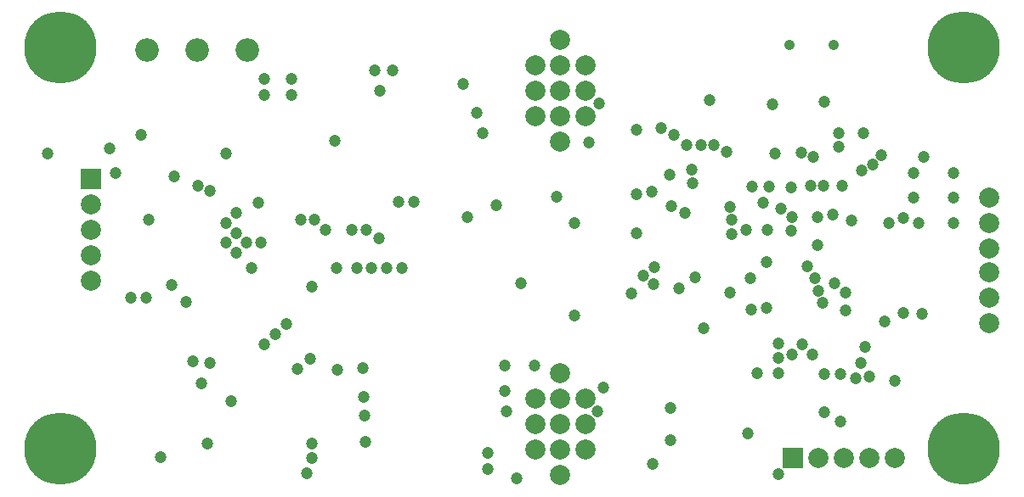
<source format=gbs>
G04*
G04 #@! TF.GenerationSoftware,Altium Limited,Altium Designer,19.0.4 (130)*
G04*
G04 Layer_Color=16711935*
%FSLAX44Y44*%
%MOMM*%
G71*
G01*
G75*
%ADD50C,2.3500*%
%ADD51C,2.0000*%
%ADD52C,7.2032*%
%ADD53C,1.0500*%
%ADD54R,2.0000X2.0000*%
%ADD55R,2.0000X2.0000*%
%ADD56C,1.2032*%
D50*
X136000Y447500D02*
D03*
X186000D02*
D03*
X236000D02*
D03*
D51*
X975000Y225400D02*
D03*
Y200000D02*
D03*
Y174600D02*
D03*
Y300400D02*
D03*
Y275000D02*
D03*
Y249600D02*
D03*
X523000Y99400D02*
D03*
Y74000D02*
D03*
Y48600D02*
D03*
X548000Y457800D02*
D03*
Y432400D02*
D03*
Y407000D02*
D03*
Y381600D02*
D03*
Y356200D02*
D03*
X523000Y432400D02*
D03*
Y407000D02*
D03*
Y381600D02*
D03*
X573000Y432400D02*
D03*
Y407000D02*
D03*
Y381600D02*
D03*
X548000Y124800D02*
D03*
Y99400D02*
D03*
Y74000D02*
D03*
Y48600D02*
D03*
Y23200D02*
D03*
X880800Y40000D02*
D03*
X855400D02*
D03*
X830000D02*
D03*
X804600D02*
D03*
X80000Y217200D02*
D03*
Y242600D02*
D03*
Y268000D02*
D03*
Y293400D02*
D03*
X573000Y48600D02*
D03*
Y74000D02*
D03*
Y99400D02*
D03*
D52*
X50000Y50000D02*
D03*
Y450000D02*
D03*
X950000D02*
D03*
Y50000D02*
D03*
D53*
X820000Y453000D02*
D03*
X776000D02*
D03*
D54*
X779200Y40000D02*
D03*
D55*
X80000Y318800D02*
D03*
D56*
X810000Y312000D02*
D03*
X829000D02*
D03*
X819754Y283000D02*
D03*
X788000Y345000D02*
D03*
X800000Y341000D02*
D03*
X797000Y312000D02*
D03*
X778000Y310540D02*
D03*
X717239Y291000D02*
D03*
X719000Y278000D02*
D03*
Y264000D02*
D03*
X868000Y343000D02*
D03*
X859000Y333000D02*
D03*
X809305Y195000D02*
D03*
X804600Y207000D02*
D03*
X831998Y188000D02*
D03*
X802000Y220000D02*
D03*
X852000Y151000D02*
D03*
X847000Y134912D02*
D03*
X842000Y119500D02*
D03*
X753000Y190000D02*
D03*
X738000Y188120D02*
D03*
X737000Y219761D02*
D03*
X682000Y220240D02*
D03*
X666059Y210000D02*
D03*
X739000Y311000D02*
D03*
X767999Y288999D02*
D03*
X756000Y311000D02*
D03*
X750000Y295000D02*
D03*
X700999Y352999D02*
D03*
X688000Y352544D02*
D03*
X674000D02*
D03*
X697000Y398000D02*
D03*
X794000Y232000D02*
D03*
X804000Y253000D02*
D03*
X619000Y204459D02*
D03*
X640999Y214000D02*
D03*
X641421Y231000D02*
D03*
X631000Y222060D02*
D03*
X753000Y236000D02*
D03*
X562000Y275000D02*
D03*
Y182814D02*
D03*
X717000Y205000D02*
D03*
X691000Y170000D02*
D03*
X744000Y125000D02*
D03*
X765000D02*
D03*
Y140000D02*
D03*
Y155000D02*
D03*
X300000Y40000D02*
D03*
Y55000D02*
D03*
X99000Y349000D02*
D03*
X130206Y363000D02*
D03*
X105000Y325000D02*
D03*
X37000Y344000D02*
D03*
X714000Y346000D02*
D03*
X900000Y300000D02*
D03*
X900000Y325000D02*
D03*
X875000Y275000D02*
D03*
X905000D02*
D03*
X940000Y325000D02*
D03*
Y300000D02*
D03*
Y275000D02*
D03*
X838000Y277000D02*
D03*
X871000Y177000D02*
D03*
X855575Y122000D02*
D03*
X890000Y280000D02*
D03*
X908000Y184460D02*
D03*
X890000Y185000D02*
D03*
X881000Y117000D02*
D03*
X827000Y77000D02*
D03*
X811000Y86000D02*
D03*
X827000Y124000D02*
D03*
X811000D02*
D03*
X832000Y205000D02*
D03*
X779000Y144000D02*
D03*
X799000D02*
D03*
X789000Y154000D02*
D03*
X765000Y24000D02*
D03*
X804000Y281000D02*
D03*
X779000D02*
D03*
X754000Y268000D02*
D03*
X778000Y267000D02*
D03*
X196000Y55000D02*
D03*
X253000Y403000D02*
D03*
Y419000D02*
D03*
X163000Y321000D02*
D03*
X303000Y278000D02*
D03*
X247000Y295200D02*
D03*
X225000Y285000D02*
D03*
X215000Y275000D02*
D03*
X199000Y307425D02*
D03*
X187000Y312000D02*
D03*
X280000Y419000D02*
D03*
Y403000D02*
D03*
X225000Y245000D02*
D03*
X240000Y230000D02*
D03*
X300000Y211000D02*
D03*
X215000Y255000D02*
D03*
X235000D02*
D03*
X250000D02*
D03*
X225000Y265000D02*
D03*
X314000Y268000D02*
D03*
X289000Y278000D02*
D03*
X175000Y196000D02*
D03*
X150000Y41000D02*
D03*
X220000Y97000D02*
D03*
X198980Y135020D02*
D03*
X182000Y137000D02*
D03*
X390000Y230000D02*
D03*
X375000D02*
D03*
X509000Y215000D02*
D03*
X360000Y230000D02*
D03*
X345000D02*
D03*
X591000Y111000D02*
D03*
X493000Y133000D02*
D03*
X522000D02*
D03*
X658579Y292000D02*
D03*
X680000Y315000D02*
D03*
X624000Y304000D02*
D03*
X639000Y306000D02*
D03*
X484000Y293000D02*
D03*
X544000Y301000D02*
D03*
X351000Y130000D02*
D03*
X368000Y407000D02*
D03*
X387000Y296000D02*
D03*
X323000Y357000D02*
D03*
X326000Y128000D02*
D03*
X735000Y65000D02*
D03*
X504730Y20000D02*
D03*
X295000Y25000D02*
D03*
X848000Y327088D02*
D03*
X821000Y215000D02*
D03*
X471000Y365000D02*
D03*
X465000Y385000D02*
D03*
X762000Y344000D02*
D03*
X759000Y393000D02*
D03*
X811000Y396000D02*
D03*
X825000Y351000D02*
D03*
X661000Y363000D02*
D03*
X353433Y56000D02*
D03*
X476000Y45000D02*
D03*
Y29000D02*
D03*
X493000Y107500D02*
D03*
X494480Y86520D02*
D03*
X363000Y427000D02*
D03*
X381000D02*
D03*
X402330Y295730D02*
D03*
X455000Y281000D02*
D03*
X353000Y82500D02*
D03*
X352000Y101500D02*
D03*
X624000Y368000D02*
D03*
X640000Y34000D02*
D03*
X658000Y58000D02*
D03*
Y90000D02*
D03*
X672000Y285000D02*
D03*
X585000Y87000D02*
D03*
X587000Y394000D02*
D03*
X648000Y370000D02*
D03*
X656477Y323373D02*
D03*
X678999Y327999D02*
D03*
X576000Y355000D02*
D03*
X286000Y129000D02*
D03*
X299000Y139000D02*
D03*
X190000Y115000D02*
D03*
X161000Y212980D02*
D03*
X451000Y414000D02*
D03*
X215000Y344000D02*
D03*
X137434Y278000D02*
D03*
X120000Y200000D02*
D03*
X135000D02*
D03*
X624000Y265000D02*
D03*
X253000Y153980D02*
D03*
X264000Y164000D02*
D03*
X275000Y174000D02*
D03*
X825000Y365000D02*
D03*
X850000D02*
D03*
X910000Y341000D02*
D03*
X733000Y268000D02*
D03*
X355000Y268270D02*
D03*
X367000Y260000D02*
D03*
X325000Y230000D02*
D03*
X340000Y268000D02*
D03*
M02*

</source>
